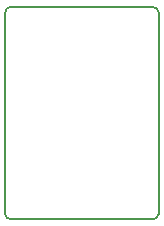
<source format=gm1>
G04 #@! TF.GenerationSoftware,KiCad,Pcbnew,(5.1.10)-1*
G04 #@! TF.CreationDate,2023-08-30T00:20:36+03:00*
G04 #@! TF.ProjectId,mini_cc_drive,6d696e69-5f63-4635-9f64-726976652e6b,rev?*
G04 #@! TF.SameCoordinates,Original*
G04 #@! TF.FileFunction,Profile,NP*
%FSLAX46Y46*%
G04 Gerber Fmt 4.6, Leading zero omitted, Abs format (unit mm)*
G04 Created by KiCad (PCBNEW (5.1.10)-1) date 2023-08-30 00:20:36*
%MOMM*%
%LPD*%
G01*
G04 APERTURE LIST*
G04 #@! TA.AperFunction,Profile*
%ADD10C,0.200000*%
G04 #@! TD*
G04 APERTURE END LIST*
D10*
X157853000Y-83421000D02*
X157853000Y-66421000D01*
X157353000Y-65921000D02*
X145353000Y-65921000D01*
X144853000Y-66421000D02*
X144853000Y-83421000D01*
X145353000Y-83921000D02*
X157353000Y-83921000D01*
X157853000Y-83421000D02*
G75*
G02*
X157353000Y-83921000I-500000J0D01*
G01*
X144853001Y-66421001D02*
G75*
G02*
X145353000Y-65921000I500000J1D01*
G01*
X145353000Y-83921000D02*
G75*
G02*
X144853000Y-83421000I0J500000D01*
G01*
X157353000Y-65921000D02*
G75*
G02*
X157853000Y-66421000I0J-500000D01*
G01*
M02*

</source>
